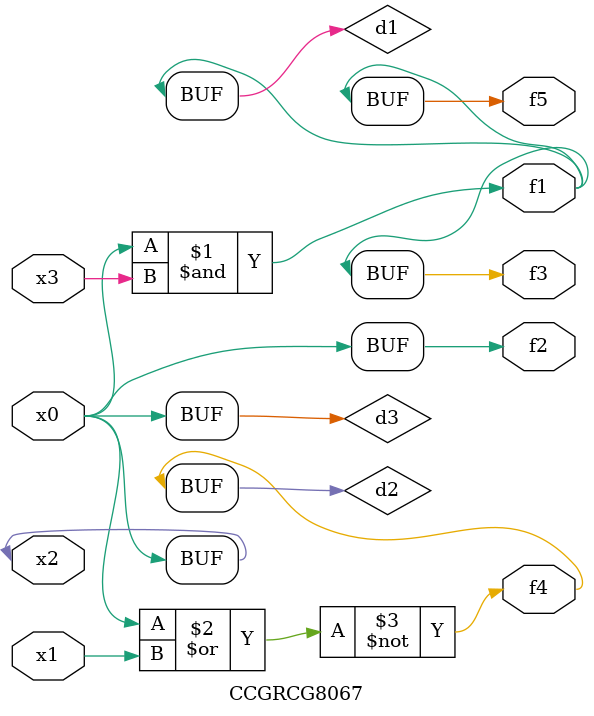
<source format=v>
module CCGRCG8067(
	input x0, x1, x2, x3,
	output f1, f2, f3, f4, f5
);

	wire d1, d2, d3;

	and (d1, x2, x3);
	nor (d2, x0, x1);
	buf (d3, x0, x2);
	assign f1 = d1;
	assign f2 = d3;
	assign f3 = d1;
	assign f4 = d2;
	assign f5 = d1;
endmodule

</source>
